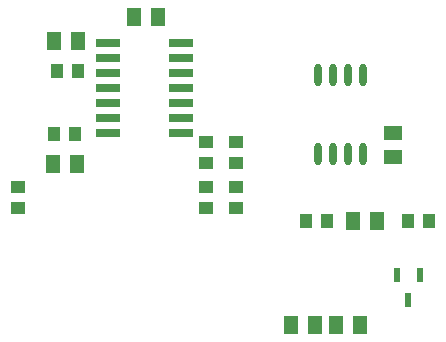
<source format=gtp>
G04 Layer_Color=7318015*
%FSLAX25Y25*%
%MOIN*%
G70*
G01*
G75*
%ADD10R,0.04331X0.05118*%
%ADD11R,0.04921X0.06102*%
%ADD12R,0.05118X0.04331*%
%ADD13R,0.06102X0.04921*%
%ADD14O,0.02362X0.07480*%
%ADD15R,0.08000X0.02600*%
%ADD16R,0.02362X0.05118*%
D10*
X47445Y94500D02*
D03*
X40555D02*
D03*
X46445Y73500D02*
D03*
X39555D02*
D03*
X164445Y44500D02*
D03*
X157555D02*
D03*
X130445D02*
D03*
X123555D02*
D03*
D11*
X47535Y104500D02*
D03*
X39465D02*
D03*
X47035Y63500D02*
D03*
X38965D02*
D03*
X133465Y10000D02*
D03*
X141535D02*
D03*
X65965Y112500D02*
D03*
X74035D02*
D03*
X126535Y10000D02*
D03*
X118465D02*
D03*
X138965Y44500D02*
D03*
X147035D02*
D03*
D12*
X27500Y55945D02*
D03*
Y49055D02*
D03*
X90000Y55945D02*
D03*
Y49055D02*
D03*
Y70945D02*
D03*
Y64055D02*
D03*
X100000Y49055D02*
D03*
Y55945D02*
D03*
Y64055D02*
D03*
Y70945D02*
D03*
D13*
X152500Y65965D02*
D03*
Y74035D02*
D03*
D14*
X127500Y66811D02*
D03*
X132500D02*
D03*
X137500D02*
D03*
X142500D02*
D03*
X127500Y93189D02*
D03*
X132500D02*
D03*
X137500D02*
D03*
X142500D02*
D03*
D15*
X81600Y73800D02*
D03*
X57400D02*
D03*
X81600Y78800D02*
D03*
Y83800D02*
D03*
X57400Y78800D02*
D03*
Y83800D02*
D03*
X81600Y88800D02*
D03*
X57400D02*
D03*
X81600Y93800D02*
D03*
Y98800D02*
D03*
X57400Y93800D02*
D03*
Y98800D02*
D03*
X81600Y103800D02*
D03*
X57400D02*
D03*
D16*
X157500Y18366D02*
D03*
X153760Y26634D02*
D03*
X161240D02*
D03*
M02*

</source>
